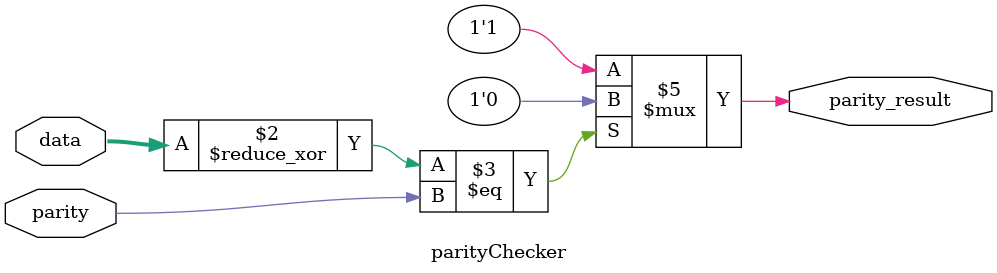
<source format=v>
`timescale 1ns / 1ps
module parityChecker(
    input [3:0] data,
    input parity,
    output reg parity_result
    );
	 
	always @(data,parity)
		begin
		  if (^data == parity) 
			begin
			 parity_result = 0;
			end
		  else 
			 begin
				parity_result = 1;
			 end
		end
endmodule

</source>
